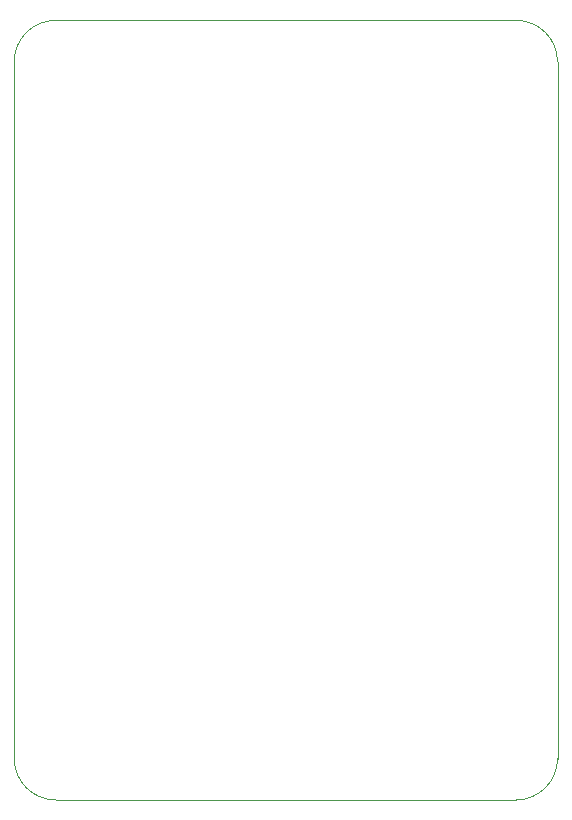
<source format=gm1>
%TF.GenerationSoftware,KiCad,Pcbnew,(6.0.7)*%
%TF.CreationDate,2022-09-24T21:41:20+01:00*%
%TF.ProjectId,mini_jellies,6d696e69-5f6a-4656-9c6c-6965732e6b69,rev?*%
%TF.SameCoordinates,Original*%
%TF.FileFunction,Profile,NP*%
%FSLAX46Y46*%
G04 Gerber Fmt 4.6, Leading zero omitted, Abs format (unit mm)*
G04 Created by KiCad (PCBNEW (6.0.7)) date 2022-09-24 21:41:20*
%MOMM*%
%LPD*%
G01*
G04 APERTURE LIST*
%TA.AperFunction,Profile*%
%ADD10C,0.100000*%
%TD*%
G04 APERTURE END LIST*
D10*
X139500000Y-112000000D02*
G75*
G03*
X143000000Y-108500000I0J3500000D01*
G01*
X97000000Y-108500000D02*
G75*
G03*
X100500000Y-112000000I3500000J0D01*
G01*
X100500000Y-46000000D02*
G75*
G03*
X97000000Y-49500000I0J-3500000D01*
G01*
X143000000Y-49500000D02*
X143000000Y-108500000D01*
X97000000Y-108500000D02*
X97000000Y-49500000D01*
X100500000Y-46000000D02*
X139500000Y-46000000D01*
X143000000Y-49500000D02*
G75*
G03*
X139500000Y-46000000I-3500000J0D01*
G01*
X139500000Y-112000000D02*
X100500000Y-112000000D01*
M02*

</source>
